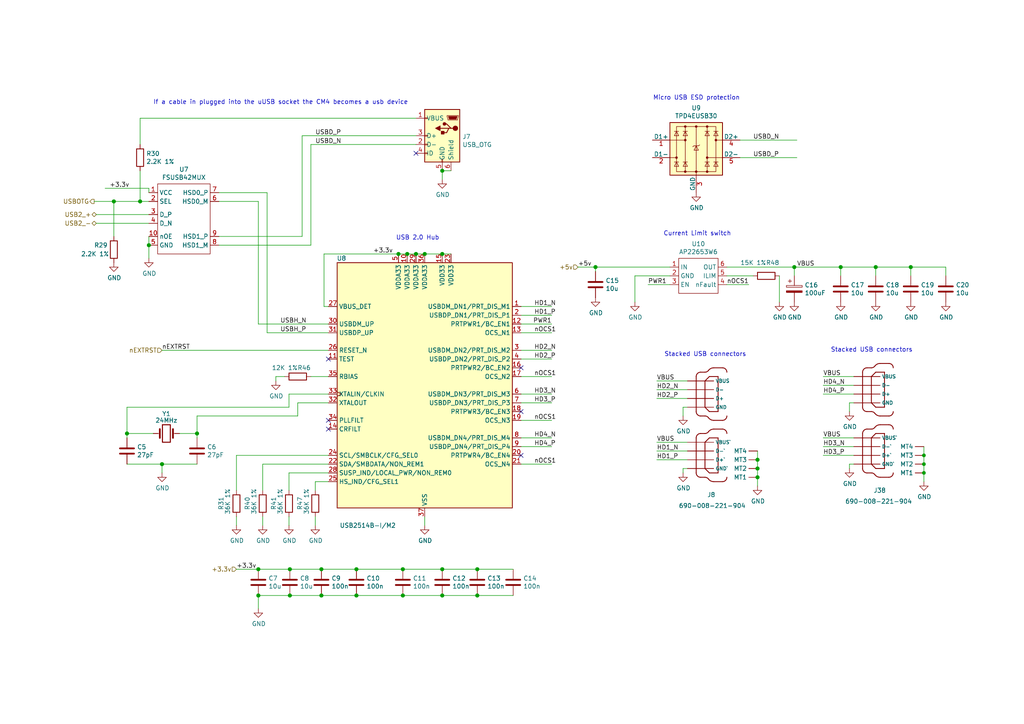
<source format=kicad_sch>
(kicad_sch (version 20231120) (generator "eeschema") (generator_version "8.0")
  (paper "A4")
  (title_block (title "Compute Module 4 IO Board - USB") (rev "1") (company "© 2020-2022 Raspberry Pi Ltd (formerly Raspberry Pi (Trading) Ltd.)") (comment 1 "www.raspberrypi.com"))
  (junction (at 103.378 165.1) (diameter 1.016))
  (junction (at 103.378 172.72) (diameter 1.016))
  (junction (at 138.43 165.1) (diameter 1.016))
  (junction (at 93.218 165.1) (diameter 1.016))
  (junction (at 128.27 49.53) (diameter 1.016))
  (junction (at 74.93 172.72) (diameter 1.016))
  (junction (at 172.72 77.47) (diameter 1.016))
  (junction (at 267.97 137.16))
  (junction (at 219.71 138.43) (diameter 1.016))
  (junction (at 116.84 165.1) (diameter 1.016))
  (junction (at 84.074 165.1) (diameter 1.016))
  (junction (at 128.27 172.72) (diameter 1.016))
  (junction (at 254 77.47) (diameter 1.016))
  (junction (at 36.83 125.73) (diameter 1.016))
  (junction (at 267.97 132.08))
  (junction (at 120.65 73.66) (diameter 1.016))
  (junction (at 128.27 73.66) (diameter 1.016))
  (junction (at 219.71 133.35) (diameter 1.016))
  (junction (at 40.64 58.42) (diameter 1.016))
  (junction (at 219.71 135.89) (diameter 1.016))
  (junction (at 123.19 73.66) (diameter 1.016))
  (junction (at 128.27 165.1) (diameter 1.016))
  (junction (at 230.378 77.47) (diameter 1.016))
  (junction (at 74.93 165.1) (diameter 1.016))
  (junction (at 93.218 172.72) (diameter 1.016))
  (junction (at 57.15 125.73) (diameter 1.016))
  (junction (at 84.074 172.72) (diameter 1.016))
  (junction (at 264.16 77.47) (diameter 1.016))
  (junction (at 43.18 71.12) (diameter 1.016))
  (junction (at 33.02 58.42) (diameter 1.016))
  (junction (at 115.57 73.66) (diameter 1.016))
  (junction (at 243.84 77.47) (diameter 1.016))
  (junction (at 116.84 172.72) (diameter 1.016))
  (junction (at 118.11 73.66) (diameter 1.016))
  (junction (at 267.97 134.62))
  (junction (at 138.43 172.72) (diameter 1.016))
  (junction (at 46.99 134.62) (diameter 1.016))
  (no_connect (at 95.25 121.92))
  (no_connect (at 95.25 104.14))
  (no_connect (at 120.65 44.45))
  (no_connect (at 95.25 124.46))
  (no_connect (at 151.13 119.38))
  (no_connect (at 151.13 106.68))
  (no_connect (at 151.13 132.08))
  (wire (pts (xy 151.13 96.52) (xy 160.02 96.52)))
  (wire (pts (xy 86.36 116.84) (xy 86.36 120.65)))
  (wire (pts (xy 151.13 88.9) (xy 160.02 88.9)))
  (wire (pts (xy 74.93 165.1) (xy 84.074 165.1)))
  (wire (pts (xy 190.5 113.03) (xy 199.39 113.03)))
  (wire (pts (xy 246.38 134.62) (xy 246.38 135.89)))
  (wire (pts (xy 151.13 116.84) (xy 160.02 116.84)))
  (wire (pts (xy 36.83 127) (xy 36.83 125.73)))
  (wire (pts (xy 190.5 115.57) (xy 199.39 115.57)))
  (wire (pts (xy 172.72 77.47) (xy 194.31 77.47)))
  (wire (pts (xy 93.218 165.1) (xy 103.378 165.1)))
  (wire (pts (xy 151.13 91.44) (xy 160.02 91.44)))
  (wire (pts (xy 246.38 116.84) (xy 246.38 119.38)))
  (wire (pts (xy 57.15 120.65) (xy 57.15 125.73)))
  (wire (pts (xy 95.25 93.98) (xy 74.93 93.98)))
  (wire (pts (xy 247.65 134.62) (xy 246.38 134.62)))
  (wire (pts (xy 83.82 142.24) (xy 83.82 137.16)))
  (wire (pts (xy 138.43 165.1) (xy 148.844 165.1)))
  (wire (pts (xy 68.58 149.86) (xy 68.58 152.4)))
  (wire (pts (xy 238.76 111.76) (xy 247.65 111.76)))
  (wire (pts (xy 194.31 80.01) (xy 184.15 80.01)))
  (wire (pts (xy 83.82 118.11) (xy 36.83 118.11)))
  (wire (pts (xy 93.98 88.9) (xy 93.98 73.66)))
  (wire (pts (xy 43.18 58.42) (xy 40.64 58.42)))
  (wire (pts (xy 77.47 55.88) (xy 77.47 96.52)))
  (wire (pts (xy 184.15 80.01) (xy 184.15 87.63)))
  (wire (pts (xy 74.93 58.42) (xy 74.93 93.98)))
  (wire (pts (xy 118.11 73.66) (xy 120.65 73.66)))
  (wire (pts (xy 151.13 134.62) (xy 160.02 134.62)))
  (wire (pts (xy 43.18 55.88) (xy 43.18 54.61)))
  (wire (pts (xy 83.82 114.3) (xy 83.82 118.11)))
  (wire (pts (xy 36.83 118.11) (xy 36.83 125.73)))
  (wire (pts (xy 82.55 109.22) (xy 80.01 109.22)))
  (wire (pts (xy 128.27 172.72) (xy 138.43 172.72)))
  (wire (pts (xy 63.5 71.12) (xy 90.17 71.12)))
  (wire (pts (xy 91.44 149.86) (xy 91.44 152.4)))
  (wire (pts (xy 254 77.47) (xy 264.16 77.47)))
  (wire (pts (xy 264.16 77.47) (xy 264.16 80.01)))
  (wire (pts (xy 219.71 138.43) (xy 219.71 140.97)))
  (wire (pts (xy 128.27 49.53) (xy 130.81 49.53)))
  (wire (pts (xy 76.2 134.62) (xy 95.25 134.62)))
  (wire (pts (xy 90.17 71.12) (xy 90.17 41.91)))
  (wire (pts (xy 219.71 130.81) (xy 219.71 133.35)))
  (wire (pts (xy 238.76 127) (xy 247.65 127)))
  (wire (pts (xy 76.2 149.86) (xy 76.2 152.4)))
  (wire (pts (xy 57.15 125.73) (xy 57.15 127)))
  (wire (pts (xy 151.13 101.6) (xy 160.02 101.6)))
  (wire (pts (xy 267.97 137.16) (xy 267.97 139.7)))
  (wire (pts (xy 90.17 109.22) (xy 95.25 109.22)))
  (wire (pts (xy 190.5 130.81) (xy 199.39 130.81)))
  (wire (pts (xy 210.82 77.47) (xy 230.378 77.47)))
  (wire (pts (xy 230.378 77.47) (xy 243.84 77.47)))
  (wire (pts (xy 128.27 52.07) (xy 128.27 49.53)))
  (wire (pts (xy 167.64 77.47) (xy 172.72 77.47)))
  (wire (pts (xy 151.13 121.92) (xy 160.02 121.92)))
  (wire (pts (xy 123.19 73.66) (xy 128.27 73.66)))
  (wire (pts (xy 267.97 132.08) (xy 267.97 134.62)))
  (wire (pts (xy 214.63 40.64) (xy 231.14 40.64)))
  (wire (pts (xy 243.84 77.47) (xy 254 77.47)))
  (wire (pts (xy 63.5 68.58) (xy 87.63 68.58)))
  (wire (pts (xy 27.94 64.77) (xy 43.18 64.77)))
  (wire (pts (xy 84.074 172.72) (xy 93.218 172.72)))
  (wire (pts (xy 68.58 132.08) (xy 95.25 132.08)))
  (wire (pts (xy 238.76 109.22) (xy 247.65 109.22)))
  (wire (pts (xy 238.76 132.08) (xy 247.65 132.08)))
  (wire (pts (xy 151.13 114.3) (xy 160.02 114.3)))
  (wire (pts (xy 151.13 104.14) (xy 160.02 104.14)))
  (wire (pts (xy 95.25 116.84) (xy 86.36 116.84)))
  (wire (pts (xy 87.63 68.58) (xy 87.63 39.37)))
  (wire (pts (xy 214.63 45.72) (xy 231.14 45.72)))
  (wire (pts (xy 190.5 128.27) (xy 199.39 128.27)))
  (wire (pts (xy 86.36 120.65) (xy 57.15 120.65)))
  (wire (pts (xy 93.98 73.66) (xy 115.57 73.66)))
  (wire (pts (xy 83.82 149.86) (xy 83.82 152.4)))
  (wire (pts (xy 219.71 133.35) (xy 219.71 135.89)))
  (wire (pts (xy 46.99 134.62) (xy 57.15 134.62)))
  (wire (pts (xy 151.13 109.22) (xy 160.02 109.22)))
  (wire (pts (xy 91.44 142.24) (xy 91.44 139.7)))
  (wire (pts (xy 219.71 135.89) (xy 219.71 138.43)))
  (wire (pts (xy 254 77.47) (xy 254 80.01)))
  (wire (pts (xy 120.65 73.66) (xy 123.19 73.66)))
  (wire (pts (xy 27.305 58.42) (xy 33.02 58.42)))
  (wire (pts (xy 226.06 80.01) (xy 226.06 87.63)))
  (wire (pts (xy 138.43 172.72) (xy 148.844 172.72)))
  (wire (pts (xy 103.378 172.72) (xy 116.84 172.72)))
  (wire (pts (xy 238.76 114.3) (xy 247.65 114.3)))
  (wire (pts (xy 83.82 114.3) (xy 95.25 114.3)))
  (wire (pts (xy 63.5 55.88) (xy 77.47 55.88)))
  (wire (pts (xy 123.19 149.86) (xy 123.19 152.4)))
  (wire (pts (xy 230.378 77.47) (xy 230.378 80.01)))
  (wire (pts (xy 199.39 118.11) (xy 198.12 118.11)))
  (wire (pts (xy 93.218 172.72) (xy 103.378 172.72)))
  (wire (pts (xy 190.5 110.49) (xy 199.39 110.49)))
  (wire (pts (xy 36.83 125.73) (xy 44.45 125.73)))
  (wire (pts (xy 103.378 165.1) (xy 116.84 165.1)))
  (wire (pts (xy 151.13 93.98) (xy 160.02 93.98)))
  (wire (pts (xy 115.57 73.66) (xy 118.11 73.66)))
  (wire (pts (xy 30.48 54.61) (xy 43.18 54.61)))
  (wire (pts (xy 210.82 82.55) (xy 217.17 82.55)))
  (wire (pts (xy 274.32 80.01) (xy 274.32 77.47)))
  (wire (pts (xy 210.82 80.01) (xy 218.44 80.01)))
  (wire (pts (xy 187.96 82.55) (xy 194.31 82.55)))
  (wire (pts (xy 95.25 88.9) (xy 93.98 88.9)))
  (wire (pts (xy 91.44 139.7) (xy 95.25 139.7)))
  (wire (pts (xy 74.93 176.53) (xy 74.93 172.72)))
  (wire (pts (xy 36.83 134.62) (xy 46.99 134.62)))
  (wire (pts (xy 128.27 73.66) (xy 130.81 73.66)))
  (wire (pts (xy 77.47 96.52) (xy 95.25 96.52)))
  (wire (pts (xy 63.5 58.42) (xy 74.93 58.42)))
  (wire (pts (xy 190.5 133.35) (xy 199.39 133.35)))
  (wire (pts (xy 74.93 172.72) (xy 84.074 172.72)))
  (wire (pts (xy 68.58 165.1) (xy 74.93 165.1)))
  (wire (pts (xy 43.18 71.12) (xy 43.18 74.93)))
  (wire (pts (xy 33.02 58.42) (xy 33.02 68.58)))
  (wire (pts (xy 199.39 135.89) (xy 198.12 135.89)))
  (wire (pts (xy 116.84 172.72) (xy 128.27 172.72)))
  (wire (pts (xy 247.65 116.84) (xy 246.38 116.84)))
  (wire (pts (xy 151.13 129.54) (xy 160.02 129.54)))
  (wire (pts (xy 267.97 129.54) (xy 267.97 132.08)))
  (wire (pts (xy 116.84 165.1) (xy 128.27 165.1)))
  (wire (pts (xy 40.64 49.53) (xy 40.64 58.42)))
  (wire (pts (xy 46.99 101.6) (xy 95.25 101.6)))
  (wire (pts (xy 128.27 165.1) (xy 138.43 165.1)))
  (wire (pts (xy 198.12 135.89) (xy 198.12 137.16)))
  (wire (pts (xy 151.13 127) (xy 160.02 127)))
  (wire (pts (xy 27.94 62.23) (xy 43.18 62.23)))
  (wire (pts (xy 264.16 77.47) (xy 274.32 77.47)))
  (wire (pts (xy 76.2 142.24) (xy 76.2 134.62)))
  (wire (pts (xy 52.07 125.73) (xy 57.15 125.73)))
  (wire (pts (xy 40.64 34.29) (xy 120.65 34.29)))
  (wire (pts (xy 40.64 58.42) (xy 33.02 58.42)))
  (wire (pts (xy 267.97 134.62) (xy 267.97 137.16)))
  (wire (pts (xy 68.58 142.24) (xy 68.58 132.08)))
  (wire (pts (xy 90.17 41.91) (xy 120.65 41.91)))
  (wire (pts (xy 84.074 165.1) (xy 93.218 165.1)))
  (wire (pts (xy 198.12 118.11) (xy 198.12 120.65)))
  (wire (pts (xy 87.63 39.37) (xy 120.65 39.37)))
  (wire (pts (xy 172.72 78.74) (xy 172.72 77.47)))
  (wire (pts (xy 80.01 109.22) (xy 80.01 110.49)))
  (wire (pts (xy 40.64 41.91) (xy 40.64 34.29)))
  (wire (pts (xy 83.82 137.16) (xy 95.25 137.16)))
  (wire (pts (xy 43.18 68.58) (xy 43.18 71.12)))
  (wire (pts (xy 46.99 134.62) (xy 46.99 137.16)))
  (wire (pts (xy 243.84 80.01) (xy 243.84 77.47)))
  (wire (pts (xy 238.76 129.54) (xy 247.65 129.54)))
  (text "Current Limit switch" (at 212.09 68.58 0) (effects (font (size 1.27 1.27)) (justify right bottom)))
  (text "USB 2.0 Hub" (at 127.4318 69.7992 0) (effects (font (size 1.27 1.27)) (justify right bottom)))
  (text "If a cable in plugged into the uUSB socket the CM4 becomes a usb device" (at 44.45 30.48 0) (effects (font (size 1.27 1.27)) (justify left bottom)))
  (text "Stacked USB connectors" (at 264.7188 102.3112 0) (effects (font (size 1.27 1.27)) (justify right bottom)))
  (text "Micro USB ESD protection" (at 214.63 29.21 0) (effects (font (size 1.27 1.27)) (justify right bottom)))
  (text "Stacked USB connectors" (at 216.4588 103.5812 0) (effects (font (size 1.27 1.27)) (justify right bottom)))
  (label "nOCS1" (at 154.94 96.52 0))
  (label "+3.3v" (at 31.75 54.61 0))
  (label "HD2_P" (at 190.5 115.57 0))
  (label "HD1_P" (at 190.5 133.35 0))
  (label "HD1_N" (at 154.94 88.9 0))
  (label "HD4_P" (at 154.94 129.54 0))
  (label "nOCS1" (at 210.82 82.55 0))
  (label "VBUS" (at 190.5 110.49 0))
  (label "HD2_N" (at 190.5 113.03 0))
  (label "PWR1" (at 160.02 93.98 180))
  (label "USBD_N" (at 218.44 40.64 0))
  (label "nOCS1" (at 154.94 109.22 0))
  (label "VBUS" (at 231.14 77.47 0))
  (label "USBD_N" (at 91.44 41.91 0))
  (label "HD2_P" (at 154.94 104.14 0))
  (label "VBUS" (at 238.76 127 0))
  (label "VBUS" (at 190.5 128.27 0))
  (label "HD3_P" (at 238.76 132.08 0))
  (label "+3.3v" (at 68.58 165.1 0))
  (label "+5v" (at 167.64 77.47 0))
  (label "HD4_P" (at 238.76 114.3 0))
  (label "HD4_N" (at 154.94 127 0))
  (label "USBH_P" (at 81.28 96.52 0))
  (label "HD3_P" (at 154.94 116.84 0))
  (label "nEXTRST" (at 46.99 101.6 0))
  (label "+3.3v" (at 108.204 73.66 0))
  (label "HD2_N" (at 154.94 101.6 0))
  (label "USBD_P" (at 218.44 45.72 0))
  (label "HD1_N" (at 190.5 130.81 0))
  (label "USBD_P" (at 91.44 39.37 0))
  (label "HD3_N" (at 238.76 129.54 0))
  (label "nOCS1" (at 154.94 134.62 0))
  (label "HD4_N" (at 238.76 111.76 0))
  (label "nOCS1" (at 154.94 121.92 0))
  (label "PWR1" (at 187.96 82.55 0))
  (label "VBUS" (at 238.76 109.22 0))
  (label "USBH_N" (at 81.28 93.98 0))
  (label "HD3_N" (at 154.94 114.3 0))
  (label "HD1_P" (at 154.94 91.44 0))
  (hierarchical_label "USB2_-" (shape bidirectional) (at 27.94 64.77 180))
  (hierarchical_label "USBOTG" (shape output) (at 27.305 58.42 180))
  (hierarchical_label "+3.3v" (shape input) (at 68.58 165.1 180))
  (hierarchical_label "USB2_+" (shape bidirectional) (at 27.94 62.23 180))
  (hierarchical_label "nEXTRST" (shape input) (at 46.99 101.6 180))
  (hierarchical_label "+5v" (shape input) (at 167.64 77.47 180))
  (symbol (lib_id "CM4IO:USB_67298-4090") (at 207.01 125.73 0) (unit 1)
    (property "Reference" "J8" (at 205.105 143.51 0) (effects (justify left)))
    (property "Value" "690-008-221-904" (at 196.85 146.685 0) (effects (justify left)))
    (property "Footprint" "avid_footprints:MOLEX_USB_67298-4090" (effects (hide yes)))
    (property "Datasheet" "https://www.molex.com/pdm_docs/sd/672984090_sd.pdf" (effects (hide yes)))
    (property "Field4" "Farnell" (effects (hide yes)))
    (property "Field5" "	2751688" (effects (hide yes)))
    (property "Field6" "690-008-221-904" (effects (hide yes)))
    (property "Field7" "EDAC" (effects (hide yes)))
    (property "Part Number" "0672984090" (effects (hide yes)))
    (property "Part Description" "USB-A (USB TYPE-A), Stacked Receptacle Connector 8 Position Through Hole, Right Angle" (effects (hide yes)))
    (instances (project "GR-LRR-CONTROL-PCB" (path "" (reference "J8") (unit 1))) (project "GR-LRR-CONTROL" (path "" (reference "J37") (unit 1))))
  )
  (symbol (lib_id "Connector:USB_OTG") (at 128.27 39.37 0) (mirror y) (unit 1)
    (property "Reference" "J7" (at 134.112 39.6494 0) (effects (justify right)))
    (property "Value" "USB_OTG" (at 134.112 41.9608 0) (effects (justify right)))
    (property "Footprint" "avid_footprints:USB_Micro-B_EDAC_UCON00686" (effects (hide yes)))
    (property "Datasheet" "https://cdn.amphenol-icc.com/media/wysiwyg/files/documentation/datasheet/inputoutput/io_usb_micro.pd" (effects (hide yes)))
    (property "Field4" "Digikey" (effects (hide yes)))
    (property "Part Number" "10103594-0001LF" (effects (hide yes)))
    (property "Field6" "690-005-298-486" (effects (hide yes)))
    (property "Field7" "EDAC" (effects (hide yes)))
    (property "Part Description" "USB - micro B USB 2.0 Receptacle Connector 5 Position Surface Mount, Right Angle; Through Hole" (effects (hide yes)))
    (property "Field8" "UCON00686" (effects (hide yes)))
    (instances (project "GR-LRR-CONTROL-PCB" (path "" (reference "J7") (unit 1))) (project "GR-LRR-CONTROL" (path "" (reference "J36") (unit 1))))
  )
  (symbol (lib_id "Device:R") (at 40.64 45.72 0) (unit 1)
    (property "Reference" "R30" (at 42.418 44.5516 0) (effects (justify left)))
    (property "Value" "2.2K 1%" (at 42.418 46.863 0) (effects (justify left)))
    (property "Footprint" "Resistor_SMD:R_0402_1005Metric" (effects (hide yes)))
    (property "Datasheet" "https://fscdn.rohm.com/en/products/databook/datasheet/passive/resistor/chip_resistor/mcr-e.pdf" (effects (hide yes)))
    (property "Field4" "Farnell" (effects (hide yes)))
    (property "Field5" "9239278" (effects (hide yes)))
    (property "Field7" "KOA EUROPE GMBH" (effects (hide yes)))
    (property "Field6" "RK73G1ETQTP2201D         " (effects (hide yes)))
    (property "Part Description" "Resistor 2.2K M1005 1% 63mW" (effects (hide yes)))
    (property "Field8" "120889581" (effects (hide yes)))
    (property "Part Number" "RC0402FR-072K2L" (effects (hide yes)))
    (instances (project "GR-LRR-CONTROL-PCB" (path "" (reference "R30") (unit 1))) (project "GR-LRR-CONTROL" (path "" (reference "R24") (unit 1))))
  )
  (symbol (lib_id "power:GND") (at 172.72 86.36 0) (unit 1)
    (property "Reference" "#PWR019" (effects (hide yes)))
    (property "Value" "GND" (at 172.847 90.7542 0))
    (instances (project "GR-LRR-CONTROL-PCB" (path "" (reference "#PWR019") (unit 1))) (project "GR-LRR-CONTROL" (path "" (reference "#PWR026") (unit 1))))
  )
  (symbol (lib_id "Device:C") (at 243.84 83.82 0) (unit 1)
    (property "Reference" "C17" (at 246.761 82.6516 0) (effects (justify left)))
    (property "Value" "10u" (at 246.761 84.963 0) (effects (justify left)))
    (property "Footprint" "Capacitor_SMD:C_0805_2012Metric" (effects (hide yes)))
    (property "Datasheet" "https://search.murata.co.jp/Ceramy/image/img/A01X/G101/ENG/GRM21BR71A106KA73-01.pdf" (effects (hide yes)))
    (property "Field5" "490-14381-1-ND" (effects (hide yes)))
    (property "Field4" "Digikey" (effects (hide yes)))
    (property "Part Number" "GRM21BR71A106KA73L" (effects (hide yes)))
    (property "Field7" "Murata" (effects (hide yes)))
    (property "Part Description" "	10uF 10% 10V Ceramic Capacitor X7R 0805 (2012 Metric)" (effects (hide yes)))
    (property "Field8" "111893011" (effects (hide yes)))
    (instances (project "GR-LRR-CONTROL-PCB" (path "" (reference "C17") (unit 1))) (project "GR-LRR-CONTROL" (path "" (reference "C15") (unit 1))))
  )
  (symbol (lib_id "power:GND") (at 243.84 87.63 0) (unit 1)
    (property "Reference" "#PWR027" (effects (hide yes)))
    (property "Value" "GND" (at 243.967 92.0242 0))
    (instances (project "GR-LRR-CONTROL-PCB" (path "" (reference "#PWR027") (unit 1))) (project "GR-LRR-CONTROL" (path "" (reference "#PWR034") (unit 1))))
  )
  (symbol (lib_id "Device:C") (at 254 83.82 0) (unit 1)
    (property "Reference" "C18" (at 256.921 82.6516 0) (effects (justify left)))
    (property "Value" "10u" (at 256.921 84.963 0) (effects (justify left)))
    (property "Footprint" "Capacitor_SMD:C_0805_2012Metric" (effects (hide yes)))
    (property "Datasheet" "https://search.murata.co.jp/Ceramy/image/img/A01X/G101/ENG/GRM21BR71A106KA73-01.pdf" (effects (hide yes)))
    (property "Field5" "490-14381-1-ND" (effects (hide yes)))
    (property "Field4" "Digikey" (effects (hide yes)))
    (property "Part Number" "GRM21BR71A106KA73L" (effects (hide yes)))
    (property "Field7" "Murata" (effects (hide yes)))
    (property "Part Description" "	10uF 10% 10V Ceramic Capacitor X7R 0805 (2012 Metric)" (effects (hide yes)))
    (property "Field8" "111893011" (effects (hide yes)))
    (instances (project "GR-LRR-CONTROL-PCB" (path "" (reference "C18") (unit 1))) (project "GR-LRR-CONTROL" (path "" (reference "C16") (unit 1))))
  )
  (symbol (lib_id "power:GND") (at 254 87.63 0) (unit 1)
    (property "Reference" "#PWR029" (effects (hide yes)))
    (property "Value" "GND" (at 254.127 92.0242 0))
    (instances (project "GR-LRR-CONTROL-PCB" (path "" (reference "#PWR029") (unit 1))) (project "GR-LRR-CONTROL" (path "" (reference "#PWR037") (unit 1))))
  )
  (symbol (lib_id "Device:C") (at 264.16 83.82 0) (unit 1)
    (property "Reference" "C19" (at 267.081 82.6516 0) (effects (justify left)))
    (property "Value" "10u" (at 267.081 84.963 0) (effects (justify left)))
    (property "Footprint" "Capacitor_SMD:C_0805_2012Metric" (effects (hide yes)))
    (property "Datasheet" "https://search.murata.co.jp/Ceramy/image/img/A01X/G101/ENG/GRM21BR71A106KA73-01.pdf" (effects (hide yes)))
    (property "Field5" "490-14381-1-ND" (effects (hide yes)))
    (property "Field4" "Digikey" (effects (hide yes)))
    (property "Part Number" "GRM21BR71A106KA73L" (effects (hide yes)))
    (property "Field7" "Murata" (effects (hide yes)))
    (property "Part Description" "	10uF 10% 10V Ceramic Capacitor X7R 0805 (2012 Metric)" (effects (hide yes)))
    (property "Field8" "111893011" (effects (hide yes)))
    (instances (project "GR-LRR-CONTROL-PCB" (path "" (reference "C19") (unit 1))) (project "GR-LRR-CONTROL" (path "" (reference "C17") (unit 1))))
  )
  (symbol (lib_id "Device:C") (at 274.32 83.82 0) (unit 1)
    (property "Reference" "C20" (at 277.241 82.6516 0) (effects (justify left)))
    (property "Value" "10u" (at 277.241 84.963 0) (effects (justify left)))
    (property "Footprint" "Capacitor_SMD:C_0805_2012Metric" (effects (hide yes)))
    (property "Datasheet" "https://search.murata.co.jp/Ceramy/image/img/A01X/G101/ENG/GRM21BR71A106KA73-01.pdf" (effects (hide yes)))
    (property "Field5" "490-14381-1-ND" (effects (hide yes)))
    (property "Field4" "Digikey" (effects (hide yes)))
    (property "Part Number" "GRM21BR71A106KA73L" (effects (hide yes)))
    (property "Field7" "Murata" (effects (hide yes)))
    (property "Part Description" "	10uF 10% 10V Ceramic Capacitor X7R 0805 (2012 Metric)" (effects (hide yes)))
    (property "Field8" "111893011" (effects (hide yes)))
    (instances (project "GR-LRR-CONTROL-PCB" (path "" (reference "C20") (unit 1))) (project "GR-LRR-CONTROL" (path "" (reference "C18") (unit 1))))
  )
  (symbol (lib_id "power:GND") (at 198.12 120.65 0) (unit 1)
    (property "Reference" "#PWR021" (effects (hide yes)))
    (property "Value" "GND" (at 198.247 125.0442 0))
    (instances (project "GR-LRR-CONTROL-PCB" (path "" (reference "#PWR021") (unit 1))) (project "GR-LRR-CONTROL" (path "" (reference "#PWR028") (unit 1))))
  )
  (symbol (lib_id "power:GND") (at 198.12 137.16 0) (unit 1)
    (property "Reference" "#PWR022" (effects (hide yes)))
    (property "Value" "GND" (at 198.247 141.5542 0))
    (instances (project "GR-LRR-CONTROL-PCB" (path "" (reference "#PWR022") (unit 1))) (project "GR-LRR-CONTROL" (path "" (reference "#PWR029") (unit 1))))
  )
  (symbol (lib_id "Device:R") (at 33.02 72.39 0) (unit 1)
    (property "Reference" "R29" (at 27.305 71.12 0) (effects (justify left)))
    (property "Value" "2.2K 1%" (at 23.495 73.66 0) (effects (justify left)))
    (property "Footprint" "Resistor_SMD:R_0402_1005Metric" (effects (hide yes)))
    (property "Datasheet" "https://fscdn.rohm.com/en/products/databook/datasheet/passive/resistor/chip_resistor/mcr-e.pdf" (effects (hide yes)))
    (property "Field4" "Farnell" (effects (hide yes)))
    (property "Field5" "9239278" (effects (hide yes)))
    (property "Field7" "KOA EUROPE GMBH" (effects (hide yes)))
    (property "Field6" "RK73G1ETQTP2201D         " (effects (hide yes)))
    (property "Part Description" "Resistor 2.2K M1005 1% 63mW" (effects (hide yes)))
    (property "Field8" "120889581" (effects (hide yes)))
    (property "Part Number" "RC0402FR-072K2L" (effects (hide yes)))
    (instances (project "GR-LRR-CONTROL-PCB" (path "" (reference "R29") (unit 1))) (project "GR-LRR-CONTROL" (path "" (reference "R23") (unit 1))))
  )
  (symbol (lib_id "CM4IO:AP2553W6") (at 203.2 80.01 0) (unit 1)
    (property "Reference" "U10" (at 202.565 70.739 0))
    (property "Value" "AP22653W6" (at 202.565 73.0504 0))
    (property "Footprint" "Package_TO_SOT_SMD:SOT-23-6" (effects (hide yes)))
    (property "Datasheet" "https://www.diodes.com/assets/Datasheets/AP255x.pdf" (effects (hide yes)))
    (property "Field4" "Digikey" (effects (hide yes)))
    (property "Field5" "	31-AP22653W6-7CT-ND" (effects (hide yes)))
    (property "Part Number" "AP22653W6" (effects (hide yes)))
    (property "Field7" "Diodes" (effects (hide yes)))
    (property "Part Description" "	Power Switch/Driver 1:1 P-Channel 2.1A SOT-23-6" (effects (hide yes)))
    (instances (project "GR-LRR-CONTROL-PCB" (path "" (reference "U10") (unit 1))) (project "GR-LRR-CONTROL" (path "" (reference "U12") (unit 1))))
  )
  (symbol (lib_id "Interface_USB:USB2514B_Bi") (at 123.19 111.76 0) (unit 1)
    (property "Reference" "U8" (at 99.06 74.93 0))
    (property "Value" "USB2514B-I/M2" (at 106.68 152.4 0))
    (property "Footprint" "Package_DFN_QFN:QFN-36-1EP_6x6mm_P0.5mm_EP3.7x3.7mm" (effects (hide yes)))
    (property "Datasheet" "http://ww1.microchip.com/downloads/en/DeviceDoc/00001692C.pdf" (effects (hide yes)))
    (property "Field4" "Farnell" (effects (hide yes)))
    (property "Field5" "2775060" (effects (hide yes)))
    (property "Part Number" "USB2514B-I/M2" (effects (hide yes)))
    (property "Field7" "Microchip" (effects (hide yes)))
    (property "Part Description" "	USB Hub Controller USB Interface 36-SQFN (6x6)" (effects (hide yes)))
    (property "Field8" "UICC00931" (effects (hide yes)))
    (instances (project "GR-LRR-CONTROL-PCB" (path "" (reference "U8") (unit 1))) (project "GR-LRR-CONTROL" (path "" (reference "U10") (unit 1))))
  )
  (symbol (lib_id "power:GND") (at 80.01 110.49 0) (unit 1)
    (property "Reference" "#PWR014" (effects (hide yes)))
    (property "Value" "GND" (at 80.137 114.8842 0))
    (instances (project "GR-LRR-CONTROL-PCB" (path "" (reference "#PWR014") (unit 1))) (project "GR-LRR-CONTROL" (path "" (reference "#PWR021") (unit 1))))
  )
  (symbol (lib_id "power:GND") (at 184.15 87.63 0) (unit 1)
    (property "Reference" "#PWR020" (effects (hide yes)))
    (property "Value" "GND" (at 184.277 92.0242 0))
    (instances (project "GR-LRR-CONTROL-PCB" (path "" (reference "#PWR020") (unit 1))) (project "GR-LRR-CONTROL" (path "" (reference "#PWR027") (unit 1))))
  )
  (symbol (lib_id "Device:R") (at 83.82 146.05 0) (unit 1)
    (property "Reference" "R41" (at 79.375 147.955 90) (effects (justify left)))
    (property "Value" "36K 1%" (at 81.28 149.225 90) (effects (justify left)))
    (property "Footprint" "Resistor_SMD:R_0402_1005Metric" (effects (hide yes)))
    (property "Datasheet" "https://fscdn.rohm.com/en/products/databook/datasheet/passive/resistor/chip_resistor/mcr-e.pdf" (effects (hide yes)))
    (property "Field4" "Farnell" (effects (hide yes)))
    (property "Field5" "1458788" (effects (hide yes)))
    (property "Field7" "Rohm" (effects (hide yes)))
    (property "Field6" "MCR01MZPF3602" (effects (hide yes)))
    (property "Part Description" "Resistor 36K M1005 1% 63mW" (effects (hide yes)))
    (property "Part Number" "CRCW040236K0FKED" (effects (hide yes)))
    (instances (project "GR-LRR-CONTROL-PCB" (path "" (reference "R41") (unit 1))) (project "GR-LRR-CONTROL" (path "" (reference "R27") (unit 1))))
  )
  (symbol (lib_id "Device:R") (at 76.2 146.05 0) (unit 1)
    (property "Reference" "R40" (at 71.755 147.955 90) (effects (justify left)))
    (property "Value" "36K 1%" (at 73.66 149.225 90) (effects (justify left)))
    (property "Footprint" "Resistor_SMD:R_0402_1005Metric" (effects (hide yes)))
    (property "Datasheet" "https://fscdn.rohm.com/en/products/databook/datasheet/passive/resistor/chip_resistor/mcr-e.pdf" (effects (hide yes)))
    (property "Field4" "Farnell" (effects (hide yes)))
    (property "Field5" "1458788" (effects (hide yes)))
    (property "Field7" "Rohm" (effects (hide yes)))
    (property "Field6" "MCR01MZPF3602" (effects (hide yes)))
    (property "Part Description" "Resistor 36K M1005 1% 63mW" (effects (hide yes)))
    (property "Part Number" "CRCW040236K0FKED" (effects (hide yes)))
    (instances (project "GR-LRR-CONTROL-PCB" (path "" (reference "R40") (unit 1))) (project "GR-LRR-CONTROL" (path "" (reference "R26") (unit 1))))
  )
  (symbol (lib_id "Device:R") (at 68.58 146.05 0) (unit 1)
    (property "Reference" "R31" (at 64.135 147.955 90) (effects (justify left)))
    (property "Value" "36K 1%" (at 66.04 149.225 90) (effects (justify left)))
    (property "Footprint" "Resistor_SMD:R_0402_1005Metric" (effects (hide yes)))
    (property "Datasheet" "https://fscdn.rohm.com/en/products/databook/datasheet/passive/resistor/chip_resistor/mcr-e.pdf" (effects (hide yes)))
    (property "Field4" "Farnell" (effects (hide yes)))
    (property "Field5" "1458788" (effects (hide yes)))
    (property "Field7" "Rohm" (effects (hide yes)))
    (property "Field6" "MCR01MZPF3602" (effects (hide yes)))
    (property "Part Description" "Resistor 36K M1005 1% 63mW" (effects (hide yes)))
    (property "Part Number" "CRCW040236K0FKED" (effects (hide yes)))
    (instances (project "GR-LRR-CONTROL-PCB" (path "" (reference "R31") (unit 1))) (project "GR-LRR-CONTROL" (path "" (reference "R25") (unit 1))))
  )
  (symbol (lib_id "power:GND") (at 68.58 152.4 0) (unit 1)
    (property "Reference" "#PWR011" (effects (hide yes)))
    (property "Value" "GND" (at 68.707 156.7942 0))
    (instances (project "GR-LRR-CONTROL-PCB" (path "" (reference "#PWR011") (unit 1))) (project "GR-LRR-CONTROL" (path "" (reference "#PWR018") (unit 1))))
  )
  (symbol (lib_id "power:GND") (at 76.2 152.4 0) (unit 1)
    (property "Reference" "#PWR013" (effects (hide yes)))
    (property "Value" "GND" (at 76.327 156.7942 0))
    (instances (project "GR-LRR-CONTROL-PCB" (path "" (reference "#PWR013") (unit 1))) (project "GR-LRR-CONTROL" (path "" (reference "#PWR020") (unit 1))))
  )
  (symbol (lib_id "power:GND") (at 83.82 152.4 0) (unit 1)
    (property "Reference" "#PWR015" (effects (hide yes)))
    (property "Value" "GND" (at 83.947 156.7942 0))
    (instances (project "GR-LRR-CONTROL-PCB" (path "" (reference "#PWR015") (unit 1))) (project "GR-LRR-CONTROL" (path "" (reference "#PWR022") (unit 1))))
  )
  (symbol (lib_id "power:GND") (at 91.44 152.4 0) (unit 1)
    (property "Reference" "#PWR016" (effects (hide yes)))
    (property "Value" "GND" (at 91.567 156.7942 0))
    (instances (project "GR-LRR-CONTROL-PCB" (path "" (reference "#PWR016") (unit 1))) (project "GR-LRR-CONTROL" (path "" (reference "#PWR023") (unit 1))))
  )
  (symbol (lib_id "Device:R") (at 222.25 80.01 90) (unit 1)
    (property "Reference" "R48" (at 226.06 76.2 90) (effects (justify left)))
    (property "Value" "15K 1%" (at 222.25 76.2 90) (effects (justify left)))
    (property "Footprint" "Resistor_SMD:R_0402_1005Metric" (effects (hide yes)))
    (property "Datasheet" "https://fscdn.rohm.com/en/products/databook/datasheet/passive/resistor/chip_resistor/mcr-e.pdf" (effects (hide yes)))
    (property "Field4" "Farnell" (effects (hide yes)))
    (property "Field5" "9239375" (effects (hide yes)))
    (property "Part Number" "CRCW040215K0FKED" (effects (hide yes)))
    (property "Field7" "Rohm" (effects (hide yes)))
    (property "Part Description" "Resistor 15K M1005 1% 63mW" (effects (hide yes)))
    (property "Field8" "120891581" (effects (hide yes)))
    (instances (project "GR-LRR-CONTROL-PCB" (path "" (reference "R48") (unit 1))) (project "GR-LRR-CONTROL" (path "" (reference "R30") (unit 1))))
  )
  (symbol (lib_id "power:GND") (at 226.06 87.63 0) (unit 1)
    (property "Reference" "#PWR025" (effects (hide yes)))
    (property "Value" "GND" (at 226.187 92.0242 0))
    (instances (project "GR-LRR-CONTROL-PCB" (path "" (reference "#PWR025") (unit 1))) (project "GR-LRR-CONTROL" (path "" (reference "#PWR032") (unit 1))))
  )
  (symbol (lib_id "power:GND") (at 264.16 87.63 0) (unit 1)
    (property "Reference" "#PWR031" (effects (hide yes)))
    (property "Value" "GND" (at 264.287 92.0242 0))
    (instances (project "GR-LRR-CONTROL-PCB" (path "" (reference "#PWR031") (unit 1))) (project "GR-LRR-CONTROL" (path "" (reference "#PWR038") (unit 1))))
  )
  (symbol (lib_id "power:GND") (at 274.32 87.63 0) (unit 1)
    (property "Reference" "#PWR032" (effects (hide yes)))
    (property "Value" "GND" (at 274.447 92.0242 0))
    (instances (project "GR-LRR-CONTROL-PCB" (path "" (reference "#PWR032") (unit 1))) (project "GR-LRR-CONTROL" (path "" (reference "#PWR040") (unit 1))))
  )
  (symbol (lib_id "power:GND") (at 219.71 140.97 0) (unit 1)
    (property "Reference" "#PWR024" (effects (hide yes)))
    (property "Value" "GND" (at 219.837 145.3642 0))
    (instances (project "GR-LRR-CONTROL-PCB" (path "" (reference "#PWR024") (unit 1))) (project "GR-LRR-CONTROL" (path "" (reference "#PWR031") (unit 1))))
  )
  (symbol (lib_id "power:GND") (at 128.27 52.07 0) (unit 1)
    (property "Reference" "#PWR018" (effects (hide yes)))
    (property "Value" "GND" (at 128.397 56.4642 0))
    (instances (project "GR-LRR-CONTROL-PCB" (path "" (reference "#PWR018") (unit 1))) (project "GR-LRR-CONTROL" (path "" (reference "#PWR025") (unit 1))))
  )
  (symbol (lib_id "CM4IO:FSUSB42MX") (at 52.07 72.39 0) (mirror y) (unit 1)
    (property "Reference" "U7" (at 53.34 49.149 0))
    (property "Value" "FSUSB42MUX" (at 53.34 51.4604 0))
    (property "Footprint" "Package_SO:MSOP-10_3x3mm_P0.5mm" (effects (hide yes)))
    (property "Datasheet" "https://www.onsemi.com/pub/Collateral/FSUSB42-D.PDF" (effects (hide yes)))
    (property "Field4" "Farnell" (effects (hide yes)))
    (property "Field5" "2564479" (effects (hide yes)))
    (property "Part Number" "FSUSB42MUX" (effects (hide yes)))
    (property "Field7" "Onsemi" (effects (hide yes)))
    (property "Part Description" "USB Switch IC 1 Channel 10-MSOP" (effects (hide yes)))
    (instances (project "GR-LRR-CONTROL-PCB" (path "" (reference "U7") (unit 1))) (project "GR-LRR-CONTROL" (path "" (reference "U9") (unit 1))))
  )
  (symbol (lib_id "power:GND") (at 123.19 152.4 0) (unit 1)
    (property "Reference" "#PWR017" (effects (hide yes)))
    (property "Value" "GND" (at 123.317 156.7942 0))
    (instances (project "GR-LRR-CONTROL-PCB" (path "" (reference "#PWR017") (unit 1))) (project "GR-LRR-CONTROL" (path "" (reference "#PWR024") (unit 1))))
  )
  (symbol (lib_id "power:GND") (at 43.18 74.93 0) (unit 1)
    (property "Reference" "#PWR09" (effects (hide yes)))
    (property "Value" "GND" (at 43.307 79.3242 0))
    (instances (project "GR-LRR-CONTROL-PCB" (path "" (reference "#PWR09") (unit 1))) (project "GR-LRR-CONTROL" (path "" (reference "#PWR016") (unit 1))))
  )
  (symbol (lib_id "power:GND") (at 33.02 76.2 0) (unit 1)
    (property "Reference" "#PWR05" (effects (hide yes)))
    (property "Value" "GND" (at 33.147 80.5942 0))
    (instances (project "GR-LRR-CONTROL-PCB" (path "" (reference "#PWR05") (unit 1))) (project "GR-LRR-CONTROL" (path "" (reference "#PWR015") (unit 1))))
  )
  (symbol (lib_id "Device:R") (at 86.36 109.22 90) (unit 1)
    (property "Reference" "R46" (at 90.17 106.68 90) (effects (justify left)))
    (property "Value" "12K 1%" (at 86.36 106.68 90) (effects (justify left)))
    (property "Footprint" "Resistor_SMD:R_0402_1005Metric" (effects (hide yes)))
    (property "Datasheet" "https://fscdn.rohm.com/en/products/databook/datasheet/passive/resistor/chip_resistor/mcr-e.pdf" (effects (hide yes)))
    (property "Field4" "Farnell" (effects (hide yes)))
    (property "Field5" "9239367" (effects (hide yes)))
    (property "Field7" "Rohm" (effects (hide yes)))
    (property "Field6" "MCR01MZPF1202" (effects (hide yes)))
    (property "Part Description" "Resistor 12K M1005 1% 63mW" (effects (hide yes)))
    (property "Part Number" "RC0402FR-0712KL " (effects (hide yes)))
    (instances (project "GR-LRR-CONTROL-PCB" (path "" (reference "R46") (unit 1))) (project "GR-LRR-CONTROL" (path "" (reference "R28") (unit 1))))
  )
  (symbol (lib_id "Device:R") (at 91.44 146.05 0) (unit 1)
    (property "Reference" "R47" (at 86.995 147.955 90) (effects (justify left)))
    (property "Value" "36K 1%" (at 88.9 149.225 90) (effects (justify left)))
    (property "Footprint" "Resistor_SMD:R_0402_1005Metric" (effects (hide yes)))
    (property "Datasheet" "https://fscdn.rohm.com/en/products/databook/datasheet/passive/resistor/chip_resistor/mcr-e.pdf" (effects (hide yes)))
    (property "Field4" "Farnell" (effects (hide yes)))
    (property "Field5" "1458788" (effects (hide yes)))
    (property "Field7" "Rohm" (effects (hide yes)))
    (property "Field6" "MCR01MZPF3602" (effects (hide yes)))
    (property "Part Description" "Resistor 36K M1005 1% 63mW" (effects (hide yes)))
    (property "Part Number" "CRCW040236K0FKED" (effects (hide yes)))
    (instances (project "GR-LRR-CONTROL-PCB" (path "" (reference "R47") (unit 1))) (project "GR-LRR-CONTROL" (path "" (reference "R29") (unit 1))))
  )
  (symbol (lib_id "Device:C") (at 116.84 168.91 0) (unit 1)
    (property "Reference" "C11" (at 119.761 167.7416 0) (effects (justify left)))
    (property "Value" "100n" (at 119.761 170.053 0) (effects (justify left)))
    (property "Footprint" "Capacitor_SMD:C_0402_1005Metric" (effects (hide yes)))
    (property "Datasheet" "https://search.murata.co.jp/Ceramy/image/img/A01X/G101/ENG/GRM155R71C104KA88-01.pdf" (effects (hide yes)))
    (property "Field4" "Farnell" (effects (hide yes)))
    (property "Field5" "2611911" (effects (hide yes)))
    (property "Part Number" "RM EMK105 B7104KV-F" (effects (hide yes)))
    (property "Field7" "TAIYO YUDEN EUROPE GMBH" (effects (hide yes)))
    (property "Part Description" "	0.1uF 10% 16V Ceramic Capacitor X7R 0402 (1005 Metric)" (effects (hide yes)))
    (property "Field8" "110091611" (effects (hide yes)))
    (instances (project "GR-LRR-CONTROL-PCB" (path "" (reference "C11") (unit 1))) (project "GR-LRR-CONTROL" (path "" (reference "C9") (unit 1))))
  )
  (symbol (lib_id "Device:C") (at 128.27 168.91 0) (unit 1)
    (property "Reference" "C12" (at 131.191 167.7416 0) (effects (justify left)))
    (property "Value" "100n" (at 131.191 170.053 0) (effects (justify left)))
    (property "Footprint" "Capacitor_SMD:C_0402_1005Metric" (effects (hide yes)))
    (property "Datasheet" "https://search.murata.co.jp/Ceramy/image/img/A01X/G101/ENG/GRM155R71C104KA88-01.pdf" (effects (hide yes)))
    (property "Field4" "Farnell" (effects (hide yes)))
    (property "Field5" "2611911" (effects (hide yes)))
    (property "Part Number" "RM EMK105 B7104KV-F" (effects (hide yes)))
    (property "Field7" "TAIYO YUDEN EUROPE GMBH" (effects (hide yes)))
    (property "Part Description" "	0.1uF 10% 16V Ceramic Capacitor X7R 0402 (1005 Metric)" (effects (hide yes)))
    (property "Field8" "110091611" (effects (hide yes)))
    (instances (project "GR-LRR-CONTROL-PCB" (path "" (reference "C12") (unit 1))) (project "GR-LRR-CONTROL" (path "" (reference "C10") (unit 1))))
  )
  (symbol (lib_id "Device:C") (at 138.43 168.91 0) (unit 1)
    (property "Reference" "C13" (at 141.351 167.7416 0) (effects (justify left)))
    (property "Value" "100n" (at 141.351 170.053 0) (effects (justify left)))
    (property "Footprint" "Capacitor_SMD:C_0402_1005Metric" (effects (hide yes)))
    (property "Datasheet" "https://search.murata.co.jp/Ceramy/image/img/A01X/G101/ENG/GRM155R71C104KA88-01.pdf" (effects (hide yes)))
    (property "Field4" "Farnell" (effects (hide yes)))
    (property "Field5" "2611911" (effects (hide yes)))
    (property "Part Number" "RM EMK105 B7104KV-F" (effects (hide yes)))
    (property "Field7" "TAIYO YUDEN EUROPE GMBH" (effects (hide yes)))
    (property "Part Description" "	0.1uF 10% 16V Ceramic Capacitor X7R 0402 (1005 Metric)" (effects (hide yes)))
    (property "Field8" "110091611" (effects (hide yes)))
    (instances (project "GR-LRR-CONTROL-PCB" (path "" (reference "C13") (unit 1))) (project "GR-LRR-CONTROL" (path "" (reference "C11") (unit 1))))
  )
  (symbol (lib_id "Device:C") (at 93.218 168.91 0) (unit 1)
    (property "Reference" "C9" (at 96.139 167.7416 0) (effects (justify left)))
    (property "Value" "100n" (at 96.139 170.053 0) (effects (justify left)))
    (property "Footprint" "Capacitor_SMD:C_0402_1005Metric" (effects (hide yes)))
    (property "Datasheet" "https://search.murata.co.jp/Ceramy/image/img/A01X/G101/ENG/GRM155R71C104KA88-01.pdf" (effects (hide yes)))
    (property "Field4" "Farnell" (effects (hide yes)))
    (property "Field5" "2611911" (effects (hide yes)))
    (property "Part Number" "RM EMK105 B7104KV-F" (effects (hide yes)))
    (property "Field7" "TAIYO YUDEN EUROPE GMBH" (effects (hide yes)))
    (property "Part Description" "	0.1uF 10% 16V Ceramic Capacitor X7R 0402 (1005 Metric)" (effects (hide yes)))
    (property "Field8" "110091611" (effects (hide yes)))
    (instances (project "GR-LRR-CONTROL-PCB" (path "" (reference "C9") (unit 1))) (project "GR-LRR-CONTROL" (path "" (reference "C7") (unit 1))))
  )
  (symbol (lib_id "power:GND") (at 74.93 176.53 0) (unit 1)
    (property "Reference" "#PWR012" (effects (hide yes)))
    (property "Value" "GND" (at 75.057 180.9242 0))
    (instances (project "GR-LRR-CONTROL-PCB" (path "" (reference "#PWR012") (unit 1))) (project "GR-LRR-CONTROL" (path "" (reference "#PWR019") (unit 1))))
  )
  (symbol (lib_id "Device:C") (at 74.93 168.91 0) (unit 1)
    (property "Reference" "C7" (at 77.851 167.7416 0) (effects (justify left)))
    (property "Value" "10u" (at 77.851 170.053 0) (effects (justify left)))
    (property "Footprint" "Capacitor_SMD:C_0805_2012Metric" (effects (hide yes)))
    (property "Datasheet" "https://search.murata.co.jp/Ceramy/image/img/A01X/G101/ENG/GRM21BR71A106KA73-01.pdf" (effects (hide yes)))
    (property "Field5" "490-14381-1-ND" (effects (hide yes)))
    (property "Field4" "Digikey" (effects (hide yes)))
    (property "Part Number" "GRM21BR71A106KA73L" (effects (hide yes)))
    (property "Field7" "Murata" (effects (hide yes)))
    (property "Part Description" "	10uF 10% 10V Ceramic Capacitor X7R 0805 (2012 Metric)" (effects (hide yes)))
    (property "Field8" "111893011" (effects (hide yes)))
    (instances (project "GR-LRR-CONTROL-PCB" (path "" (reference "C7") (unit 1))) (project "GR-LRR-CONTROL" (path "" (reference "C5") (unit 1))))
  )
  (symbol (lib_id "Device:C") (at 84.074 168.91 0) (unit 1)
    (property "Reference" "C8" (at 86.995 167.7416 0) (effects (justify left)))
    (property "Value" "10u" (at 86.995 170.053 0) (effects (justify left)))
    (property "Footprint" "Capacitor_SMD:C_0805_2012Metric" (effects (hide yes)))
    (property "Datasheet" "https://search.murata.co.jp/Ceramy/image/img/A01X/G101/ENG/GRM21BR71A106KA73-01.pdf" (effects (hide yes)))
    (property "Field5" "490-14381-1-ND" (effects (hide yes)))
    (property "Field4" "Digikey" (effects (hide yes)))
    (property "Part Number" "GRM21BR71A106KA73L" (effects (hide yes)))
    (property "Field7" "Murata" (effects (hide yes)))
    (property "Part Description" "	10uF 10% 10V Ceramic Capacitor X7R 0805 (2012 Metric)" (effects (hide yes)))
    (property "Field8" "111893011" (effects (hide yes)))
    (instances (project "GR-LRR-CONTROL-PCB" (path "" (reference "C8") (unit 1))) (project "GR-LRR-CONTROL" (path "" (reference "C6") (unit 1))))
  )
  (symbol (lib_id "Device:Crystal") (at 48.26 125.73 0) (unit 1)
    (property "Reference" "Y1" (at 48.26 120.015 0))
    (property "Value" "24MHz" (at 48.26 121.92 0))
    (property "Footprint" "Crystal:Crystal_SMD_HC49-SD" (effects (hide yes)))
    (property "Field4" "Farnell" (effects (hide yes)))
    (property "Field5" "2508493" (effects (hide yes)))
    (property "Field7" "AEL" (effects (hide yes)))
    (property "Part Number" "QCS24.0000F18B23M" (effects (hide yes)))
    (property "Part Description" "24MHz Crystal 18pf 30ppm 30ppm" (effects (hide yes)))
  )
  (symbol (lib_id "Device:C") (at 36.83 130.81 0) (unit 1)
    (property "Reference" "C5" (at 39.751 129.6416 0) (effects (justify left)))
    (property "Value" "27pF" (at 39.751 131.953 0) (effects (justify left)))
    (property "Footprint" "Capacitor_SMD:C_0402_1005Metric" (effects (hide yes)))
    (property "Datasheet" "https://search.murata.co.jp/Ceramy/image/img/A01X/G101/ENG/GJM1555C1H270JB01-01.pdf" (effects (hide yes)))
    (property "Field8" "UCAP00738 " (effects (hide yes)))
    (property "Field5" "490-17672-1-ND" (effects (hide yes)))
    (property "Part Number" "GJM1555C1H270JB01D" (effects (hide yes)))
    (property "Field7" "Murata" (effects (hide yes)))
    (property "Part Description" "	27pF 5% 50V Ceramic Capacitor C0G, NP0 0402 (1005 Metric)" (effects (hide yes)))
    (property "Field4" "Digikey" (effects (hide yes)))
    (instances (project "GR-LRR-CONTROL-PCB" (path "" (reference "C5") (unit 1))) (project "GR-LRR-CONTROL" (path "" (reference "C3") (unit 1))))
  )
  (symbol (lib_id "Device:C") (at 57.15 130.81 0) (unit 1)
    (property "Reference" "C6" (at 60.071 129.6416 0) (effects (justify left)))
    (property "Value" "27pF" (at 60.071 131.953 0) (effects (justify left)))
    (property "Footprint" "Capacitor_SMD:C_0402_1005Metric" (effects (hide yes)))
    (property "Datasheet" "https://search.murata.co.jp/Ceramy/image/img/A01X/G101/ENG/GJM1555C1H270JB01-01.pdf" (effects (hide yes)))
    (property "Field8" "UCAP00738 " (effects (hide yes)))
    (property "Field5" "490-17672-1-ND" (effects (hide yes)))
    (property "Part Number" "GJM1555C1H270JB01D" (effects (hide yes)))
    (property "Field7" "Murata" (effects (hide yes)))
    (property "Part Description" "	27pF 5% 50V Ceramic Capacitor C0G, NP0 0402 (1005 Metric)" (effects (hide yes)))
    (property "Field4" "Digikey" (effects (hide yes)))
    (instances (project "GR-LRR-CONTROL-PCB" (path "" (reference "C6") (unit 1))) (project "GR-LRR-CONTROL" (path "" (reference "C4") (unit 1))))
  )
  (symbol (lib_id "power:GND") (at 46.99 137.16 0) (unit 1)
    (property "Reference" "#PWR010" (effects (hide yes)))
    (property "Value" "GND" (at 47.117 141.5542 0))
    (instances (project "GR-LRR-CONTROL-PCB" (path "" (reference "#PWR010") (unit 1))) (project "GR-LRR-CONTROL" (path "" (reference "#PWR017") (unit 1))))
  )
  (symbol (lib_id "power:GND") (at 201.93 55.88 0) (unit 1)
    (property "Reference" "#PWR023" (effects (hide yes)))
    (property "Value" "GND" (at 202.057 60.2742 0))
    (instances (project "GR-LRR-CONTROL-PCB" (path "" (reference "#PWR023") (unit 1))) (project "GR-LRR-CONTROL" (path "" (reference "#PWR030") (unit 1))))
  )
  (symbol (lib_id "power:GND") (at 230.378 87.63 0) (unit 1)
    (property "Reference" "#PWR026" (effects (hide yes)))
    (property "Value" "GND" (at 230.505 92.0242 0))
    (instances (project "GR-LRR-CONTROL-PCB" (path "" (reference "#PWR026") (unit 1))) (project "GR-LRR-CONTROL" (path "" (reference "#PWR033") (unit 1))))
  )
  (symbol (lib_id "Device:C") (at 103.378 168.91 0) (unit 1)
    (property "Reference" "C10" (at 106.299 167.7416 0) (effects (justify left)))
    (property "Value" "100n" (at 106.299 170.053 0) (effects (justify left)))
    (property "Footprint" "Capacitor_SMD:C_0402_1005Metric" (effects (hide yes)))
    (property "Datasheet" "https://search.murata.co.jp/Ceramy/image/img/A01X/G101/ENG/GRM155R71C104KA88-01.pdf" (effects (hide yes)))
    (property "Field4" "Farnell" (effects (hide yes)))
    (property "Field5" "2611911" (effects (hide yes)))
    (property "Part Number" "RM EMK105 B7104KV-F" (effects (hide yes)))
    (property "Field7" "TAIYO YUDEN EUROPE GMBH" (effects (hide yes)))
    (property "Part Description" "	0.1uF 10% 16V Ceramic Capacitor X7R 0402 (1005 Metric)" (effects (hide yes)))
    (property "Field8" "110091611" (effects (hide yes)))
    (instances (project "GR-LRR-CONTROL-PCB" (path "" (reference "C10") (unit 1))) (project "GR-LRR-CONTROL" (path "" (reference "C8") (unit 1))))
  )
  (symbol (lib_id "Device:C") (at 148.844 168.91 0) (unit 1)
    (property "Reference" "C14" (at 151.765 167.7416 0) (effects (justify left)))
    (property "Value" "100n" (at 151.765 170.053 0) (effects (justify left)))
    (property "Footprint" "Capacitor_SMD:C_0402_1005Metric" (effects (hide yes)))
    (property "Datasheet" "https://search.murata.co.jp/Ceramy/image/img/A01X/G101/ENG/GRM155R71C104KA88-01.pdf" (effects (hide yes)))
    (property "Field4" "Farnell" (effects (hide yes)))
    (property "Field5" "2611911" (effects (hide yes)))
    (property "Part Number" "RM EMK105 B7104KV-F" (effects (hide yes)))
    (property "Field7" "TAIYO YUDEN EUROPE GMBH" (effects (hide yes)))
    (property "Part Description" "	0.1uF 10% 16V Ceramic Capacitor X7R 0402 (1005 Metric)" (effects (hide yes)))
    (property "Field8" "110091611" (effects (hide yes)))
    (instances (project "GR-LRR-CONTROL-PCB" (path "" (reference "C14") (unit 1))) (project "GR-LRR-CONTROL" (path "" (reference "C12") (unit 1))))
  )
  (symbol (lib_id "Device:C") (at 172.72 82.55 0) (unit 1)
    (property "Reference" "C15" (at 175.641 81.3816 0) (effects (justify left)))
    (property "Value" "10u" (at 175.641 83.693 0) (effects (justify left)))
    (property "Footprint" "Capacitor_SMD:C_0805_2012Metric" (effects (hide yes)))
    (property "Datasheet" "https://search.murata.co.jp/Ceramy/image/img/A01X/G101/ENG/GRM21BR71A106KA73-01.pdf" (effects (hide yes)))
    (property "Field5" "490-14381-1-ND" (effects (hide yes)))
    (property "Field4" "Digikey" (effects (hide yes)))
    (property "Part Number" "GRM21BR71A106KA73L" (effects (hide yes)))
    (property "Field7" "Murata" (effects (hide yes)))
    (property "Part Description" "	10uF 10% 10V Ceramic Capacitor X7R 0805 (2012 Metric)" (effects (hide yes)))
    (property "Field8" "111893011" (effects (hide yes)))
    (instances (project "GR-LRR-CONTROL-PCB" (path "" (reference "C15") (unit 1))) (project "GR-LRR-CONTROL" (path "" (reference "C13") (unit 1))))
  )
  (symbol (lib_id "CM4IO:TPD4EUSB30") (at 201.93 43.18 0) (unit 1)
    (property "Reference" "U9" (at 201.93 31.3182 0))
    (property "Value" "TPD4EUSB30" (at 201.93 33.6296 0))
    (property "Footprint" "Package_SON:USON-10_2.5x1.0mm_P0.5mm" (effects (hide yes)))
    (property "Datasheet" "http://www.ti.com/lit/ds/symlink/tpd2eusb30a.pdf" (effects (hide yes)))
    (property "Field4" "Farnell" (effects (hide yes)))
    (property "Field5" "2335455" (effects (hide yes)))
    (property "Part Number" "CDDFN10-3324P" (effects (hide yes)))
    (property "Field7" "Bourns" (effects (hide yes)))
    (property "Field8" "UDIO00346" (effects (hide yes)))
    (property "Part Description" "Quad TVS diode for high speed signals (USB3, GigE etc.)" (effects (hide yes)))
    (instances (project "GR-LRR-CONTROL-PCB" (path "" (reference "U9") (unit 1))) (project "GR-LRR-CONTROL" (path "" (reference "U11") (unit 1))))
  )
  (symbol (lib_id "Device:CP") (at 230.378 83.82 0) (unit 1)
    (property "Reference" "C16" (at 233.3752 82.677 0) (effects (justify left)))
    (property "Value" "100uF" (at 233.3752 84.963 0) (effects (justify left)))
    (property "Footprint" "Capacitor_Tantalum_SMD:CP_EIA-7343-31_Kemet-D" (effects (hide yes)))
    (property "Field4" "Mouser" (effects (hide yes)))
    (property "Part Number" "EEF-CX0J101R" (effects (hide yes)))
    (property "Part Description" "Capacitor, SP-Cap, 100u, 6.3V, 15mR ESR" (effects (hide yes)))
    (instances (project "GR-LRR-CONTROL-PCB" (path "" (reference "C16") (unit 1))) (project "GR-LRR-CONTROL" (path "" (reference "C14") (unit 1))))
  )
  (symbol (lib_id "CM4IO:USB_67298-4090") (at 255.27 124.46 0) (unit 1)
    (property "Reference" "J38" (at 253.365 142.24 0) (effects (justify left)))
    (property "Value" "690-008-221-904" (at 245.11 145.415 0) (effects (justify left)))
    (property "Footprint" "avid_footprints:MOLEX_USB_67298-4090" (effects (hide yes)))
    (property "Datasheet" "https://www.molex.com/pdm_docs/sd/672984090_sd.pdf" (effects (hide yes)))
    (property "Field4" "Farnell" (effects (hide yes)))
    (property "Field5" "	2751688" (effects (hide yes)))
    (property "Field6" "690-008-221-904" (effects (hide yes)))
    (property "Field7" "EDAC" (effects (hide yes)))
    (property "Part Number" "0672984090" (effects (hide yes)))
    (property "Part Description" "USB-A (USB TYPE-A), Stacked Receptacle Connector 8 Position Through Hole, Right Angle" (effects (hide yes)))
  )
  (symbol (lib_id "power:GND") (at 246.38 119.38 0) (unit 1)
    (property "Reference" "#PWR048" (effects (hide yes)))
    (property "Value" "GND" (at 246.507 123.7742 0))
    (instances (project "GR-LRR-CONTROL-PCB" (path "" (reference "#PWR048") (unit 1))) (project "GR-LRR-CONTROL" (path "" (reference "#PWR035") (unit 1))))
  )
  (symbol (lib_id "power:GND") (at 267.97 139.7 0) (unit 1)
    (property "Reference" "#PWR051" (effects (hide yes)))
    (property "Value" "GND" (at 268.097 144.0942 0))
    (instances (project "GR-LRR-CONTROL-PCB" (path "" (reference "#PWR051") (unit 1))) (project "GR-LRR-CONTROL" (path "" (reference "#PWR039") (unit 1))))
  )
  (symbol (lib_id "power:GND") (at 246.38 135.89 0) (unit 1)
    (property "Reference" "#PWR049" (effects (hide yes)))
    (property "Value" "GND" (at 246.507 140.2842 0))
    (instances (project "GR-LRR-CONTROL-PCB" (path "" (reference "#PWR049") (unit 1))) (project "GR-LRR-CONTROL" (path "" (reference "#PWR036") (unit 1))))
  )
)
</source>
